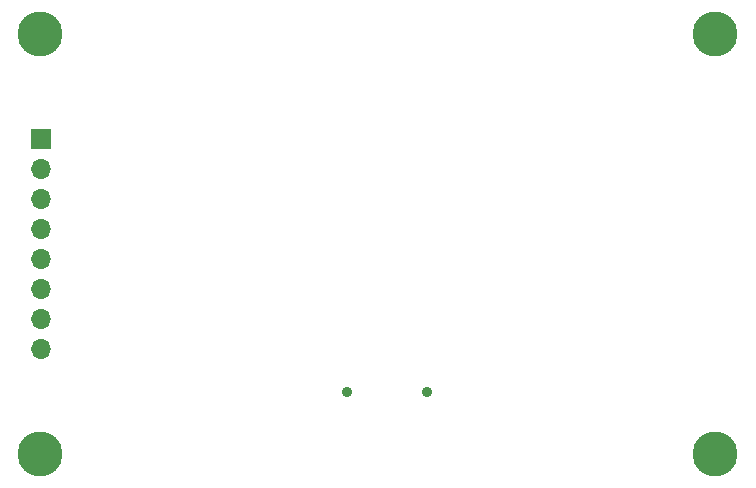
<source format=gbr>
%TF.GenerationSoftware,KiCad,Pcbnew,7.0.6*%
%TF.CreationDate,2024-07-23T19:19:19+03:00*%
%TF.ProjectId,bus_input_card,6275735f-696e-4707-9574-5f636172642e,rev?*%
%TF.SameCoordinates,Original*%
%TF.FileFunction,Soldermask,Bot*%
%TF.FilePolarity,Negative*%
%FSLAX46Y46*%
G04 Gerber Fmt 4.6, Leading zero omitted, Abs format (unit mm)*
G04 Created by KiCad (PCBNEW 7.0.6) date 2024-07-23 19:19:19*
%MOMM*%
%LPD*%
G01*
G04 APERTURE LIST*
%ADD10R,1.700000X1.700000*%
%ADD11O,1.700000X1.700000*%
%ADD12C,0.900000*%
%ADD13C,3.800000*%
G04 APERTURE END LIST*
D10*
%TO.C,J2*%
X120387374Y-86588875D03*
D11*
X120387374Y-89128875D03*
X120387374Y-91668875D03*
X120387374Y-94208875D03*
X120387374Y-96748875D03*
X120387374Y-99288875D03*
X120387374Y-101828875D03*
X120387374Y-104368875D03*
%TD*%
D12*
%TO.C,SW1*%
X146289244Y-108009210D03*
X153089244Y-108009210D03*
%TD*%
D13*
%TO.C,H2*%
X120374451Y-113243875D03*
%TD*%
%TO.C,H1*%
X120374451Y-77683875D03*
%TD*%
%TO.C,H4*%
X177524451Y-113243875D03*
%TD*%
%TO.C,H3*%
X177524451Y-77683875D03*
%TD*%
M02*

</source>
